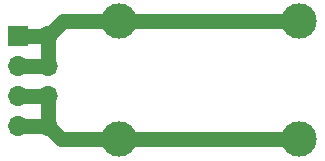
<source format=gbl>
%TF.GenerationSoftware,KiCad,Pcbnew,(5.1.8-0-10_14)*%
%TF.CreationDate,2021-07-20T13:17:47+01:00*%
%TF.ProjectId,banana-bread-board-helper,62616e61-6e61-42d6-9272-6561642d626f,rev?*%
%TF.SameCoordinates,Original*%
%TF.FileFunction,Copper,L2,Bot*%
%TF.FilePolarity,Positive*%
%FSLAX46Y46*%
G04 Gerber Fmt 4.6, Leading zero omitted, Abs format (unit mm)*
G04 Created by KiCad (PCBNEW (5.1.8-0-10_14)) date 2021-07-20 13:17:47*
%MOMM*%
%LPD*%
G01*
G04 APERTURE LIST*
%TA.AperFunction,ComponentPad*%
%ADD10R,1.700000X1.700000*%
%TD*%
%TA.AperFunction,ComponentPad*%
%ADD11O,1.700000X1.700000*%
%TD*%
%TA.AperFunction,ComponentPad*%
%ADD12C,3.000000*%
%TD*%
%TA.AperFunction,Conductor*%
%ADD13C,1.270000*%
%TD*%
G04 APERTURE END LIST*
D10*
%TO.P,J3,1*%
%TO.N,Net-(J1-Pad1)*%
X130460000Y-95750000D03*
D11*
%TO.P,J3,2*%
X133000000Y-95750000D03*
%TO.P,J3,3*%
X130460000Y-98290000D03*
%TO.P,J3,4*%
X133000000Y-98290000D03*
%TO.P,J3,5*%
%TO.N,Net-(J2-Pad1)*%
X130460000Y-100830000D03*
%TO.P,J3,6*%
X133000000Y-100830000D03*
%TO.P,J3,7*%
X130460000Y-103370000D03*
%TO.P,J3,8*%
X133000000Y-103370000D03*
%TD*%
D12*
%TO.P,J2,1*%
%TO.N,Net-(J2-Pad1)*%
X139000000Y-104500000D03*
X154300000Y-104500000D03*
%TD*%
%TO.P,J1,1*%
%TO.N,Net-(J1-Pad1)*%
X139000000Y-94500000D03*
X154300000Y-94500000D03*
%TD*%
D13*
%TO.N,Net-(J1-Pad1)*%
X154300000Y-94500000D02*
X139000000Y-94500000D01*
X134250000Y-94500000D02*
X133000000Y-95750000D01*
X139000000Y-94500000D02*
X134250000Y-94500000D01*
X133000000Y-95750000D02*
X130460000Y-95750000D01*
X133000000Y-95750000D02*
X133000000Y-98290000D01*
X133000000Y-98290000D02*
X130426278Y-98290000D01*
%TO.N,Net-(J2-Pad1)*%
X154300000Y-104500000D02*
X139000000Y-104500000D01*
X134130000Y-104500000D02*
X133000000Y-103370000D01*
X139000000Y-104500000D02*
X134130000Y-104500000D01*
X133000000Y-103370000D02*
X133000000Y-100830000D01*
X133000000Y-100830000D02*
X130460000Y-100830000D01*
X133000000Y-103370000D02*
X130460000Y-103370000D01*
%TD*%
M02*

</source>
